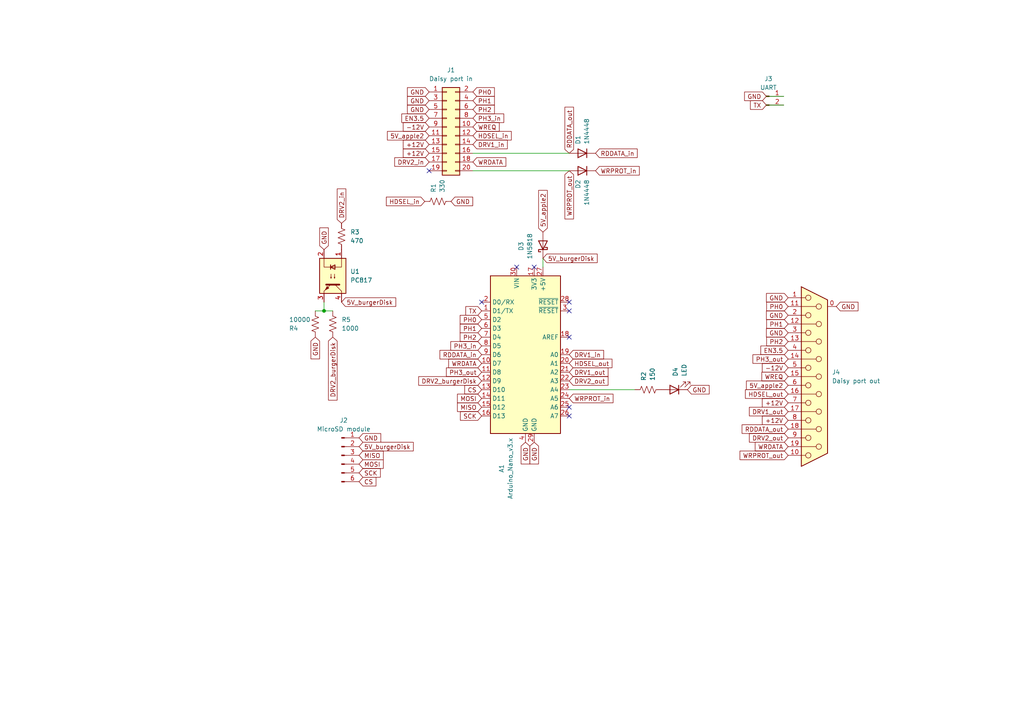
<source format=kicad_sch>
(kicad_sch (version 20250114) (generator "eeschema") (generator_version "9.0")
  (paper "A4")
  (title_block (title "BurgerDisk PCB - Angled DB19 version") (date "2026-01-28") (rev "v2") (company "Colin Leroy-Mira") (comment 1 "License: CC BY-SA"))
  (lib_symbols
    (symbol "Connector:Conn_01x02_Pin" (pin_names (offset 1.016) (hide yes))
      (property "Reference" "J" (at 0 2.54 0))
      (property "Value" "Conn_01x02_Pin" (at 0 -5.08 0))
      (symbol "Conn_01x02_Pin_1_1"
        (rectangle (start 0.8636 0.127) (end 0 -0.127) (stroke (width 0.1524)) (fill (type outline)))
        (rectangle (start 0.8636 -2.413) (end 0 -2.667) (stroke (width 0.1524)) (fill (type outline)))
        (polyline (pts (xy 1.27 0) (xy 0.8636 0)) (stroke (width 0.1524)))
        (polyline (pts (xy 1.27 -2.54) (xy 0.8636 -2.54)) (stroke (width 0.1524)))
        (pin passive line (at 5.08 0 180) (length 3.81) (name "Pin_1") (number "1"))
        (pin passive line (at 5.08 -2.54 180) (length 3.81) (name "Pin_2") (number "2"))
      )
    )
    (symbol "Connector:Conn_01x06_Pin" (pin_names (offset 1.016) (hide yes))
      (property "Reference" "J" (at 0 7.62 0))
      (property "Value" "Conn_01x06_Pin" (at 0 -10.16 0))
      (symbol "Conn_01x06_Pin_1_1"
        (rectangle (start 0.8636 5.207) (end 0 4.953) (stroke (width 0.1524)) (fill (type outline)))
        (rectangle (start 0.8636 2.667) (end 0 2.413) (stroke (width 0.1524)) (fill (type outline)))
        (rectangle (start 0.8636 0.127) (end 0 -0.127) (stroke (width 0.1524)) (fill (type outline)))
        (rectangle (start 0.8636 -2.413) (end 0 -2.667) (stroke (width 0.1524)) (fill (type outline)))
        (rectangle (start 0.8636 -4.953) (end 0 -5.207) (stroke (width 0.1524)) (fill (type outline)))
        (rectangle (start 0.8636 -7.493) (end 0 -7.747) (stroke (width 0.1524)) (fill (type outline)))
        (polyline (pts (xy 1.27 5.08) (xy 0.8636 5.08)) (stroke (width 0.1524)))
        (polyline (pts (xy 1.27 2.54) (xy 0.8636 2.54)) (stroke (width 0.1524)))
        (polyline (pts (xy 1.27 0) (xy 0.8636 0)) (stroke (width 0.1524)))
        (polyline (pts (xy 1.27 -2.54) (xy 0.8636 -2.54)) (stroke (width 0.1524)))
        (polyline (pts (xy 1.27 -5.08) (xy 0.8636 -5.08)) (stroke (width 0.1524)))
        (polyline (pts (xy 1.27 -7.62) (xy 0.8636 -7.62)) (stroke (width 0.1524)))
        (pin passive line (at 5.08 5.08 180) (length 3.81) (name "Pin_1") (number "1"))
        (pin passive line (at 5.08 2.54 180) (length 3.81) (name "Pin_2") (number "2"))
        (pin passive line (at 5.08 0 180) (length 3.81) (name "Pin_3") (number "3"))
        (pin passive line (at 5.08 -2.54 180) (length 3.81) (name "Pin_4") (number "4"))
        (pin passive line (at 5.08 -5.08 180) (length 3.81) (name "Pin_5") (number "5"))
        (pin passive line (at 5.08 -7.62 180) (length 3.81) (name "Pin_6") (number "6"))
      )
    )
    (symbol "Connector_Generic:Conn_02x10_Odd_Even" (pin_names (offset 1.016) (hide yes))
      (property "Reference" "J" (at 1.27 12.7 0))
      (property "Value" "Conn_02x10_Odd_Even" (at 1.27 -15.24 0))
      (symbol "Conn_02x10_Odd_Even_1_1"
        (rectangle (start -1.27 11.43) (end 3.81 -13.97) (stroke (width 0.254)) (fill (type background)))
        (rectangle (start -1.27 10.287) (end 0 10.033) (stroke (width 0.1524)))
        (rectangle (start -1.27 7.747) (end 0 7.493) (stroke (width 0.1524)))
        (rectangle (start -1.27 5.207) (end 0 4.953) (stroke (width 0.1524)))
        (rectangle (start -1.27 2.667) (end 0 2.413) (stroke (width 0.1524)))
        (rectangle (start -1.27 0.127) (end 0 -0.127) (stroke (width 0.1524)))
        (rectangle (start -1.27 -2.413) (end 0 -2.667) (stroke (width 0.1524)))
        (rectangle (start -1.27 -4.953) (end 0 -5.207) (stroke (width 0.1524)))
        (rectangle (start -1.27 -7.493) (end 0 -7.747) (stroke (width 0.1524)))
        (rectangle (start -1.27 -10.033) (end 0 -10.287) (stroke (width 0.1524)))
        (rectangle (start -1.27 -12.573) (end 0 -12.827) (stroke (width 0.1524)))
        (rectangle (start 3.81 10.287) (end 2.54 10.033) (stroke (width 0.1524)))
        (rectangle (start 3.81 7.747) (end 2.54 7.493) (stroke (width 0.1524)))
        (rectangle (start 3.81 5.207) (end 2.54 4.953) (stroke (width 0.1524)))
        (rectangle (start 3.81 2.667) (end 2.54 2.413) (stroke (width 0.1524)))
        (rectangle (start 3.81 0.127) (end 2.54 -0.127) (stroke (width 0.1524)))
        (rectangle (start 3.81 -2.413) (end 2.54 -2.667) (stroke (width 0.1524)))
        (rectangle (start 3.81 -4.953) (end 2.54 -5.207) (stroke (width 0.1524)))
        (rectangle (start 3.81 -7.493) (end 2.54 -7.747) (stroke (width 0.1524)))
        (rectangle (start 3.81 -10.033) (end 2.54 -10.287) (stroke (width 0.1524)))
        (rectangle (start 3.81 -12.573) (end 2.54 -12.827) (stroke (width 0.1524)))
        (pin passive line (at -5.08 10.16 0) (length 3.81) (name "Pin_1") (number "1"))
        (pin passive line (at -5.08 7.62 0) (length 3.81) (name "Pin_3") (number "3"))
        (pin passive line (at -5.08 5.08 0) (length 3.81) (name "Pin_5") (number "5"))
        (pin passive line (at -5.08 2.54 0) (length 3.81) (name "Pin_7") (number "7"))
        (pin passive line (at -5.08 0 0) (length 3.81) (name "Pin_9") (number "9"))
        (pin passive line (at -5.08 -2.54 0) (length 3.81) (name "Pin_11") (number "11"))
        (pin passive line (at -5.08 -5.08 0) (length 3.81) (name "Pin_13") (number "13"))
        (pin passive line (at -5.08 -7.62 0) (length 3.81) (name "Pin_15") (number "15"))
        (pin passive line (at -5.08 -10.16 0) (length 3.81) (name "Pin_17") (number "17"))
        (pin passive line (at -5.08 -12.7 0) (length 3.81) (name "Pin_19") (number "19"))
        (pin passive line (at 7.62 10.16 180) (length 3.81) (name "Pin_2") (number "2"))
        (pin passive line (at 7.62 7.62 180) (length 3.81) (name "Pin_4") (number "4"))
        (pin passive line (at 7.62 5.08 180) (length 3.81) (name "Pin_6") (number "6"))
        (pin passive line (at 7.62 2.54 180) (length 3.81) (name "Pin_8") (number "8"))
        (pin passive line (at 7.62 0 180) (length 3.81) (name "Pin_10") (number "10"))
        (pin passive line (at 7.62 -2.54 180) (length 3.81) (name "Pin_12") (number "12"))
        (pin passive line (at 7.62 -5.08 180) (length 3.81) (name "Pin_14") (number "14"))
        (pin passive line (at 7.62 -7.62 180) (length 3.81) (name "Pin_16") (number "16"))
        (pin passive line (at 7.62 -10.16 180) (length 3.81) (name "Pin_18") (number "18"))
        (pin passive line (at 7.62 -12.7 180) (length 3.81) (name "Pin_20") (number "20"))
      )
    )
    (symbol "Device:LED" (pin_numbers (hide yes)) (pin_names (offset 1.016) (hide yes))
      (property "Reference" "D" (at 0 2.54 0))
      (property "Value" "LED" (at 0 -2.54 0))
      (symbol "LED_0_1"
        (polyline (pts (xy -3.048 -0.762) (xy -4.572 -2.286) (xy -3.81 -2.286) (xy -4.572 -2.286) (xy -4.572 -1.524)))
        (polyline (pts (xy -1.778 -0.762) (xy -3.302 -2.286) (xy -2.54 -2.286) (xy -3.302 -2.286) (xy -3.302 -1.524)))
        (polyline (pts (xy -1.27 0) (xy 1.27 0)))
        (polyline (pts (xy -1.27 -1.27) (xy -1.27 1.27)) (stroke (width 0.254)))
        (polyline (pts (xy 1.27 -1.27) (xy 1.27 1.27) (xy -1.27 0) (xy 1.27 -1.27)) (stroke (width 0.254)))
      )
      (symbol "LED_1_1"
        (pin passive line (at -3.81 0 0) (length 2.54) (name "K") (number "1"))
        (pin passive line (at 3.81 0 180) (length 2.54) (name "A") (number "2"))
      )
    )
    (symbol "Device:R_US" (pin_numbers (hide yes)) (pin_names (offset 0))
      (property "Reference" "R" (at 2.54 0 90))
      (property "Value" "R_US" (at -2.54 0 90))
      (symbol "R_US_0_1"
        (polyline (pts (xy 0 2.286) (xy 0 2.54)))
        (polyline (pts (xy 0 2.286) (xy 1.016 1.905) (xy 0 1.524) (xy -1.016 1.143) (xy 0 0.762)))
        (polyline (pts (xy 0 0.762) (xy 1.016 0.381) (xy 0 0) (xy -1.016 -0.381) (xy 0 -0.762)))
        (polyline (pts (xy 0 -0.762) (xy 1.016 -1.143) (xy 0 -1.524) (xy -1.016 -1.905) (xy 0 -2.286)))
        (polyline (pts (xy 0 -2.286) (xy 0 -2.54)))
      )
      (symbol "R_US_1_1"
        (pin passive line (at 0 3.81 270) (length 1.27) (name "~") (number "1"))
        (pin passive line (at 0 -3.81 90) (length 1.27) (name "~") (number "2"))
      )
    )
    (symbol "Diode:1N4448" (pin_numbers (hide yes)) (pin_names (hide yes))
      (property "Reference" "D" (at 0 2.54 0))
      (property "Value" "1N4448" (at 0 -2.54 0))
      (symbol "1N4448_0_1"
        (polyline (pts (xy -1.27 1.27) (xy -1.27 -1.27)) (stroke (width 0.254)))
        (polyline (pts (xy 1.27 1.27) (xy 1.27 -1.27) (xy -1.27 0) (xy 1.27 1.27)) (stroke (width 0.254)))
        (polyline (pts (xy 1.27 0) (xy -1.27 0)))
      )
      (symbol "1N4448_1_1"
        (pin passive line (at -3.81 0 0) (length 2.54) (name "K") (number "1"))
        (pin passive line (at 3.81 0 180) (length 2.54) (name "A") (number "2"))
      )
    )
    (symbol "Diode:1N5818" (pin_numbers (hide yes)) (pin_names (offset 1.016) (hide yes))
      (property "Reference" "D" (at 0 2.54 0))
      (property "Value" "1N5818" (at 0 -2.54 0))
      (symbol "1N5818_0_1"
        (polyline (pts (xy -1.905 0.635) (xy -1.905 1.27) (xy -1.27 1.27) (xy -1.27 -1.27) (xy -0.635 -1.27) (xy -0.635 -0.635)) (stroke (width 0.254)))
        (polyline (pts (xy 1.27 1.27) (xy 1.27 -1.27) (xy -1.27 0) (xy 1.27 1.27)) (stroke (width 0.254)))
        (polyline (pts (xy 1.27 0) (xy -1.27 0)))
      )
      (symbol "1N5818_1_1"
        (pin passive line (at -3.81 0 0) (length 2.54) (name "K") (number "1"))
        (pin passive line (at 3.81 0 180) (length 2.54) (name "A") (number "2"))
      )
    )
    (symbol "Isolator:PC817" (pin_names (offset 1.016))
      (property "Reference" "U" (at -5.08 5.08 0))
      (property "Value" "PC817" (at 0 5.08 0))
      (symbol "PC817_0_1"
        (rectangle (start -5.08 3.81) (end 5.08 -3.81) (stroke (width 0.254)) (fill (type background)))
        (polyline (pts (xy -5.08 2.54) (xy -2.54 2.54) (xy -2.54 -0.635)))
        (polyline (pts (xy -3.175 -0.635) (xy -1.905 -0.635)) (stroke (width 0.254)))
        (polyline (pts (xy -2.54 -0.635) (xy -2.54 -2.54) (xy -5.08 -2.54)))
        (polyline (pts (xy -2.54 -0.635) (xy -3.175 0.635) (xy -1.905 0.635) (xy -2.54 -0.635)) (stroke (width 0.254)))
        (polyline (pts (xy -0.508 0.508) (xy 0.762 0.508) (xy 0.381 0.381) (xy 0.381 0.635) (xy 0.762 0.508)))
        (polyline (pts (xy -0.508 -0.508) (xy 0.762 -0.508) (xy 0.381 -0.635) (xy 0.381 -0.381) (xy 0.762 -0.508)))
        (polyline (pts (xy 2.54 1.905) (xy 2.54 -1.905) (xy 2.54 -1.905)) (stroke (width 0.508)))
        (polyline (pts (xy 2.54 0.635) (xy 4.445 2.54)))
        (polyline (pts (xy 3.048 -1.651) (xy 3.556 -1.143) (xy 4.064 -2.159) (xy 3.048 -1.651) (xy 3.048 -1.651)) (fill (type outline)))
        (polyline (pts (xy 4.445 2.54) (xy 5.08 2.54)))
        (polyline (pts (xy 4.445 -2.54) (xy 2.54 -0.635)) (fill (type outline)))
        (polyline (pts (xy 4.445 -2.54) (xy 5.08 -2.54)))
      )
      (symbol "PC817_1_1"
        (pin passive line (at -7.62 2.54 0) (length 2.54) (name "~") (number "1"))
        (pin passive line (at -7.62 -2.54 0) (length 2.54) (name "~") (number "2"))
        (pin passive line (at 7.62 2.54 180) (length 2.54) (name "~") (number "4"))
        (pin passive line (at 7.62 -2.54 180) (length 2.54) (name "~") (number "3"))
      )
    )
    (symbol "MCU_Module:Arduino_Nano_v3.x"
      (property "Reference" "A" (at -10.16 23.495 0))
      (property "Value" "Arduino_Nano_v3.x" (at 5.08 -24.13 0))
      (symbol "Arduino_Nano_v3.x_0_1"
        (rectangle (start -10.16 22.86) (end 10.16 -22.86) (stroke (width 0.254)) (fill (type background)))
      )
      (symbol "Arduino_Nano_v3.x_1_1"
        (pin bidirectional line (at -12.7 15.24 0) (length 2.54) (name "D0/RX") (number "2"))
        (pin bidirectional line (at -12.7 12.7 0) (length 2.54) (name "D1/TX") (number "1"))
        (pin bidirectional line (at -12.7 10.16 0) (length 2.54) (name "D2") (number "5"))
        (pin bidirectional line (at -12.7 7.62 0) (length 2.54) (name "D3") (number "6"))
        (pin bidirectional line (at -12.7 5.08 0) (length 2.54) (name "D4") (number "7"))
        (pin bidirectional line (at -12.7 2.54 0) (length 2.54) (name "D5") (number "8"))
        (pin bidirectional line (at -12.7 0 0) (length 2.54) (name "D6") (number "9"))
        (pin bidirectional line (at -12.7 -2.54 0) (length 2.54) (name "D7") (number "10"))
        (pin bidirectional line (at -12.7 -5.08 0) (length 2.54) (name "D8") (number "11"))
        (pin bidirectional line (at -12.7 -7.62 0) (length 2.54) (name "D9") (number "12"))
        (pin bidirectional line (at -12.7 -10.16 0) (length 2.54) (name "D10") (number "13"))
        (pin bidirectional line (at -12.7 -12.7 0) (length 2.54) (name "D11") (number "14"))
        (pin bidirectional line (at -12.7 -15.24 0) (length 2.54) (name "D12") (number "15"))
        (pin bidirectional line (at -12.7 -17.78 0) (length 2.54) (name "D13") (number "16"))
        (pin power_in line (at -2.54 25.4 270) (length 2.54) (name "VIN") (number "30"))
        (pin power_in line (at 0 -25.4 90) (length 2.54) (name "GND") (number "4"))
        (pin power_out line (at 2.54 25.4 270) (length 2.54) (name "3V3") (number "17"))
        (pin power_in line (at 2.54 -25.4 90) (length 2.54) (name "GND") (number "29"))
        (pin power_out line (at 5.08 25.4 270) (length 2.54) (name "+5V") (number "27"))
        (pin input line (at 12.7 15.24 180) (length 2.54) (name "~{RESET}") (number "28"))
        (pin input line (at 12.7 12.7 180) (length 2.54) (name "~{RESET}") (number "3"))
        (pin input line (at 12.7 5.08 180) (length 2.54) (name "AREF") (number "18"))
        (pin bidirectional line (at 12.7 0 180) (length 2.54) (name "A0") (number "19"))
        (pin bidirectional line (at 12.7 -2.54 180) (length 2.54) (name "A1") (number "20"))
        (pin bidirectional line (at 12.7 -5.08 180) (length 2.54) (name "A2") (number "21"))
        (pin bidirectional line (at 12.7 -7.62 180) (length 2.54) (name "A3") (number "22"))
        (pin bidirectional line (at 12.7 -10.16 180) (length 2.54) (name "A4") (number "23"))
        (pin bidirectional line (at 12.7 -12.7 180) (length 2.54) (name "A5") (number "24"))
        (pin bidirectional line (at 12.7 -15.24 180) (length 2.54) (name "A6") (number "25"))
        (pin bidirectional line (at 12.7 -17.78 180) (length 2.54) (name "A7") (number "26"))
      )
    )
    (symbol "db19:DB19_Female" (pin_names (offset 1.016) (hide yes))
      (property "Reference" "J4" (at 5.08 1.27 0))
      (property "Value" "Daisy port out" (at 5.08 -1.27 0))
      (symbol "DB19_Female_0_1"
        (polyline (pts (xy -3.81 26.035) (xy 3.81 22.225) (xy 3.81 -22.225) (xy -3.81 -26.035) (xy -3.81 26.035)) (stroke (width 0.254)) (fill (type background)))
        (polyline (pts (xy -3.81 22.86) (xy -2.54 22.86)))
        (polyline (pts (xy -3.81 20.32) (xy 0.508 20.32)))
        (polyline (pts (xy -3.81 17.78) (xy -2.54 17.78)))
        (polyline (pts (xy -3.81 15.24) (xy 0.508 15.24)))
        (polyline (pts (xy -3.81 12.7) (xy -2.54 12.7)))
        (polyline (pts (xy -3.81 10.16) (xy 0.508 10.16)))
        (polyline (pts (xy -3.81 7.62) (xy -2.54 7.62)))
        (polyline (pts (xy -3.81 5.08) (xy 0.508 5.08)))
        (polyline (pts (xy -3.81 2.54) (xy -2.54 2.54)))
        (polyline (pts (xy -3.81 0) (xy 0.508 0)))
        (polyline (pts (xy -3.81 -2.54) (xy -2.54 -2.54)))
        (polyline (pts (xy -3.81 -5.08) (xy 0.508 -5.08)))
        (polyline (pts (xy -3.81 -7.62) (xy -2.54 -7.62)))
        (polyline (pts (xy -3.81 -10.16) (xy 0.508 -10.16)))
        (polyline (pts (xy -3.81 -12.7) (xy -2.54 -12.7)))
        (polyline (pts (xy -3.81 -15.24) (xy 0.508 -15.24)))
        (polyline (pts (xy -3.81 -17.78) (xy -2.54 -17.78)))
        (polyline (pts (xy -3.81 -20.32) (xy 0.508 -20.32)))
        (polyline (pts (xy -3.81 -22.86) (xy -2.54 -22.86)))
        (circle (center -1.778 22.86) (radius 0.762))
        (circle (center -1.778 17.78) (radius 0.762))
        (circle (center -1.778 12.7) (radius 0.762))
        (circle (center -1.778 7.62) (radius 0.762))
        (circle (center -1.778 2.54) (radius 0.762))
        (circle (center -1.778 -2.54) (radius 0.762))
        (circle (center -1.778 -7.62) (radius 0.762))
        (circle (center -1.778 -12.7) (radius 0.762))
        (circle (center -1.778 -17.78) (radius 0.762))
        (circle (center -1.778 -22.86) (radius 0.762))
        (circle (center 1.27 20.32) (radius 0.762))
        (circle (center 1.27 15.24) (radius 0.762))
        (circle (center 1.27 10.16) (radius 0.762))
        (circle (center 1.27 5.08) (radius 0.762))
        (circle (center 1.27 0) (radius 0.762))
        (circle (center 1.27 -5.08) (radius 0.762))
        (circle (center 1.27 -10.16) (radius 0.762))
        (circle (center 1.27 -15.24) (radius 0.762))
        (circle (center 1.27 -20.32) (radius 0.762))
      )
      (symbol "DB19_Female_1_1"
        (pin passive line (at -7.62 22.86 0) (length 3.81) (name "1") (number "1"))
        (pin passive line (at -7.62 20.32 0) (length 3.81) (name "P11") (number "11"))
        (pin passive line (at -7.62 17.78 0) (length 3.81) (name "2") (number "2"))
        (pin passive line (at -7.62 15.24 0) (length 3.81) (name "P12") (number "12"))
        (pin passive line (at -7.62 12.7 0) (length 3.81) (name "3") (number "3"))
        (pin passive line (at -7.62 10.16 0) (length 3.81) (name "P13") (number "13"))
        (pin passive line (at -7.62 7.62 0) (length 3.81) (name "4") (number "4"))
        (pin passive line (at -7.62 5.08 0) (length 3.81) (name "P14") (number "14"))
        (pin passive line (at -7.62 2.54 0) (length 3.81) (name "5") (number "5"))
        (pin passive line (at -7.62 0 0) (length 3.81) (name "P15") (number "15"))
        (pin passive line (at -7.62 -2.54 0) (length 3.81) (name "6") (number "6"))
        (pin passive line (at -7.62 -5.08 0) (length 3.81) (name "P16") (number "16"))
        (pin passive line (at -7.62 -7.62 0) (length 3.81) (name "7") (number "7"))
        (pin passive line (at -7.62 -10.16 0) (length 3.81) (name "P17") (number "17"))
        (pin passive line (at -7.62 -12.7 0) (length 3.81) (name "8") (number "8"))
        (pin passive line (at -7.62 -15.24 0) (length 3.81) (name "P18") (number "18"))
        (pin passive line (at -7.62 -17.78 0) (length 3.81) (name "9") (number "9"))
        (pin passive line (at -7.62 -20.32 0) (length 3.81) (name "P19") (number "19"))
        (pin passive line (at -7.62 -22.86 0) (length 3.81) (name "10") (number "10"))
        (pin input line (at 6.35 20.32 180) (length 2.54) (name "0") (number "0"))
      )
    )
  )
  (junction (at 93.98 90.17))
  (no_connect (at 165.1 90.17))
  (no_connect (at 154.94 77.47))
  (no_connect (at 165.1 120.65))
  (no_connect (at 165.1 87.63))
  (no_connect (at 165.1 97.79))
  (no_connect (at 139.7 87.63))
  (no_connect (at 165.1 118.11))
  (no_connect (at 149.86 77.47))
  (no_connect (at 124.46 49.53))
  (wire (pts (xy 184.15 113.03) (xy 165.1 113.03)))
  (wire (pts (xy 91.44 90.17) (xy 93.98 90.17)))
  (wire (pts (xy 165.1 49.53) (xy 137.16 49.53)))
  (wire (pts (xy 93.98 87.63) (xy 93.98 90.17)))
  (wire (pts (xy 93.98 90.17) (xy 96.52 90.17)))
  (wire (pts (xy 165.1 44.45) (xy 137.16 44.45)))
  (wire (pts (xy 222.25 30.48) (xy 227.33 30.48)))
  (wire (pts (xy 157.48 74.93) (xy 157.48 77.47)))
  (wire (pts (xy 222.25 27.94) (xy 227.33 27.94)))
  (global_label "PH2" (shape input) (at 137.16 31.75 0) (property "Intersheetrefs" "${INTERSHEET_REFS}" (effects (hide yes))))
  (global_label "+12V" (shape input) (at 228.6 121.92 180) (property "Intersheetrefs" "${INTERSHEET_REFS}" (effects (hide yes))))
  (global_label "PH1" (shape input) (at 139.7 95.25 180) (property "Intersheetrefs" "${INTERSHEET_REFS}" (effects (hide yes))))
  (global_label "5V_burgerDisk" (shape input) (at 99.06 87.63 0) (property "Intersheetrefs" "${INTERSHEET_REFS}" (effects (hide yes))))
  (global_label "WRDATA" (shape input) (at 228.6 129.54 180) (property "Intersheetrefs" "${INTERSHEET_REFS}" (effects (hide yes))))
  (global_label "WRDATA" (shape input) (at 139.7 105.41 180) (property "Intersheetrefs" "${INTERSHEET_REFS}" (effects (hide yes))))
  (global_label "GND" (shape input) (at 124.46 29.21 180) (property "Intersheetrefs" "${INTERSHEET_REFS}" (effects (hide yes))))
  (global_label "GND" (shape input) (at 124.46 31.75 180) (property "Intersheetrefs" "${INTERSHEET_REFS}" (effects (hide yes))))
  (global_label "PH0" (shape input) (at 139.7 92.71 180) (property "Intersheetrefs" "${INTERSHEET_REFS}" (effects (hide yes))))
  (global_label "GND" (shape input) (at 152.4 128.27 270) (property "Intersheetrefs" "${INTERSHEET_REFS}" (effects (hide yes))))
  (global_label "-12V" (shape input) (at 228.6 106.68 180) (property "Intersheetrefs" "${INTERSHEET_REFS}" (effects (hide yes))))
  (global_label "DRV2_out" (shape input) (at 228.6 127 180) (property "Intersheetrefs" "${INTERSHEET_REFS}" (effects (hide yes))))
  (global_label "GND" (shape input) (at 228.6 96.52 180) (property "Intersheetrefs" "${INTERSHEET_REFS}" (effects (hide yes))))
  (global_label "WRPROT_in" (shape input) (at 172.72 49.53 0) (property "Intersheetrefs" "${INTERSHEET_REFS}" (effects (hide yes))))
  (global_label "DRV2_burgerDisk" (shape input) (at 96.52 97.79 270) (property "Intersheetrefs" "${INTERSHEET_REFS}" (effects (hide yes))))
  (global_label "GND" (shape input) (at 199.39 113.03 0) (property "Intersheetrefs" "${INTERSHEET_REFS}" (effects (hide yes))))
  (global_label "PH3_out" (shape input) (at 139.7 107.95 180) (property "Intersheetrefs" "${INTERSHEET_REFS}" (effects (hide yes))))
  (global_label "RDDATA_out" (shape input) (at 165.1 44.45 90) (property "Intersheetrefs" "${INTERSHEET_REFS}" (effects (hide yes))))
  (global_label "HDSEL_in" (shape input) (at 137.16 39.37 0) (property "Intersheetrefs" "${INTERSHEET_REFS}" (effects (hide yes))))
  (global_label "TX" (shape input) (at 139.7 90.17 180) (property "Intersheetrefs" "${INTERSHEET_REFS}" (effects (hide yes))))
  (global_label "GND" (shape input) (at 154.94 128.27 270) (property "Intersheetrefs" "${INTERSHEET_REFS}" (effects (hide yes))))
  (global_label "PH1" (shape input) (at 137.16 29.21 0) (property "Intersheetrefs" "${INTERSHEET_REFS}" (effects (hide yes))))
  (global_label "RDDATA_in" (shape input) (at 172.72 44.45 0) (property "Intersheetrefs" "${INTERSHEET_REFS}" (effects (hide yes))))
  (global_label "GND" (shape input) (at 130.81 58.42 0) (property "Intersheetrefs" "${INTERSHEET_REFS}" (effects (hide yes))))
  (global_label "HDSEL_out" (shape input) (at 228.6 114.3 180) (property "Intersheetrefs" "${INTERSHEET_REFS}" (effects (hide yes))))
  (global_label "PH0" (shape input) (at 137.16 26.67 0) (property "Intersheetrefs" "${INTERSHEET_REFS}" (effects (hide yes))))
  (global_label "5V_burgerDisk" (shape input) (at 157.48 74.93 0) (property "Intersheetrefs" "${INTERSHEET_REFS}" (effects (hide yes))))
  (global_label "PH2" (shape input) (at 139.7 97.79 180) (property "Intersheetrefs" "${INTERSHEET_REFS}" (effects (hide yes))))
  (global_label "DRV1_out" (shape input) (at 165.1 107.95 0) (property "Intersheetrefs" "${INTERSHEET_REFS}" (effects (hide yes))))
  (global_label "RDDATA_in" (shape input) (at 139.7 102.87 180) (property "Intersheetrefs" "${INTERSHEET_REFS}" (effects (hide yes))))
  (global_label "PH0" (shape input) (at 228.6 88.9 180) (property "Intersheetrefs" "${INTERSHEET_REFS}" (effects (hide yes))))
  (global_label "GND" (shape input) (at 91.44 97.79 270) (property "Intersheetrefs" "${INTERSHEET_REFS}" (effects (hide yes))))
  (global_label "DRV2_in" (shape input) (at 124.46 46.99 180) (property "Intersheetrefs" "${INTERSHEET_REFS}" (effects (hide yes))))
  (global_label "DRV1_in" (shape input) (at 137.16 41.91 0) (property "Intersheetrefs" "${INTERSHEET_REFS}" (effects (hide yes))))
  (global_label "HDSEL_out" (shape input) (at 165.1 105.41 0) (property "Intersheetrefs" "${INTERSHEET_REFS}" (effects (hide yes))))
  (global_label "DRV2_out" (shape input) (at 165.1 110.49 0) (property "Intersheetrefs" "${INTERSHEET_REFS}" (effects (hide yes))))
  (global_label "RDDATA_out" (shape input) (at 228.6 124.46 180) (property "Intersheetrefs" "${INTERSHEET_REFS}" (effects (hide yes))))
  (global_label "GND" (shape input) (at 124.46 26.67 180) (property "Intersheetrefs" "${INTERSHEET_REFS}" (effects (hide yes))))
  (global_label "DRV2_burgerDisk" (shape input) (at 139.7 110.49 180) (property "Intersheetrefs" "${INTERSHEET_REFS}" (effects (hide yes))))
  (global_label "5V_burgerDisk" (shape input) (at 104.14 129.54 0) (property "Intersheetrefs" "${INTERSHEET_REFS}" (effects (hide yes))))
  (global_label "HDSEL_in" (shape input) (at 123.19 58.42 180) (property "Intersheetrefs" "${INTERSHEET_REFS}" (effects (hide yes))))
  (global_label "PH3_in" (shape input) (at 139.7 100.33 180) (property "Intersheetrefs" "${INTERSHEET_REFS}" (effects (hide yes))))
  (global_label "GND" (shape input) (at 228.6 86.36 180) (property "Intersheetrefs" "${INTERSHEET_REFS}" (effects (hide yes))))
  (global_label "5V_apple2" (shape input) (at 228.6 111.76 180) (property "Intersheetrefs" "${INTERSHEET_REFS}" (effects (hide yes))))
  (global_label "SCK" (shape input) (at 104.14 137.16 0) (property "Intersheetrefs" "${INTERSHEET_REFS}" (effects (hide yes))))
  (global_label "TX" (shape input) (at 222.25 30.48 180) (property "Intersheetrefs" "${INTERSHEET_REFS}" (effects (hide yes))))
  (global_label "GND" (shape input) (at 228.6 91.44 180) (property "Intersheetrefs" "${INTERSHEET_REFS}" (effects (hide yes))))
  (global_label "-12V" (shape input) (at 124.46 36.83 180) (property "Intersheetrefs" "${INTERSHEET_REFS}" (effects (hide yes))))
  (global_label "MISO" (shape input) (at 139.7 118.11 180) (property "Intersheetrefs" "${INTERSHEET_REFS}" (effects (hide yes))))
  (global_label "WRDATA" (shape input) (at 137.16 46.99 0) (property "Intersheetrefs" "${INTERSHEET_REFS}" (effects (hide yes))))
  (global_label "PH3_in" (shape input) (at 137.16 34.29 0) (property "Intersheetrefs" "${INTERSHEET_REFS}" (effects (hide yes))))
  (global_label "WRPROT_out" (shape input) (at 165.1 49.53 270) (property "Intersheetrefs" "${INTERSHEET_REFS}" (effects (hide yes))))
  (global_label "+12V" (shape input) (at 124.46 44.45 180) (property "Intersheetrefs" "${INTERSHEET_REFS}" (effects (hide yes))))
  (global_label "DRV1_in" (shape input) (at 165.1 102.87 0) (property "Intersheetrefs" "${INTERSHEET_REFS}" (effects (hide yes))))
  (global_label "WREQ" (shape input) (at 228.6 109.22 180) (property "Intersheetrefs" "${INTERSHEET_REFS}" (effects (hide yes))))
  (global_label "DRV1_out" (shape input) (at 228.6 119.38 180) (property "Intersheetrefs" "${INTERSHEET_REFS}" (effects (hide yes))))
  (global_label "PH2" (shape input) (at 228.6 99.06 180) (property "Intersheetrefs" "${INTERSHEET_REFS}" (effects (hide yes))))
  (global_label "PH1" (shape input) (at 228.6 93.98 180) (property "Intersheetrefs" "${INTERSHEET_REFS}" (effects (hide yes))))
  (global_label "EN3.5" (shape input) (at 228.6 101.6 180) (property "Intersheetrefs" "${INTERSHEET_REFS}" (effects (hide yes))))
  (global_label "5V_apple2" (shape input) (at 157.48 67.31 90) (property "Intersheetrefs" "${INTERSHEET_REFS}" (effects (hide yes))))
  (global_label "CS" (shape input) (at 104.14 139.7 0) (property "Intersheetrefs" "${INTERSHEET_REFS}" (effects (hide yes))))
  (global_label "PH3_out" (shape input) (at 228.6 104.14 180) (property "Intersheetrefs" "${INTERSHEET_REFS}" (effects (hide yes))))
  (global_label "MISO" (shape input) (at 104.14 132.08 0) (property "Intersheetrefs" "${INTERSHEET_REFS}" (effects (hide yes))))
  (global_label "5V_apple2" (shape input) (at 124.46 39.37 180) (property "Intersheetrefs" "${INTERSHEET_REFS}" (effects (hide yes))))
  (global_label "GND" (shape input) (at 93.98 72.39 90) (property "Intersheetrefs" "${INTERSHEET_REFS}" (effects (hide yes))))
  (global_label "+12V" (shape input) (at 228.6 116.84 180) (property "Intersheetrefs" "${INTERSHEET_REFS}" (effects (hide yes))))
  (global_label "MOSI" (shape input) (at 139.7 115.57 180) (property "Intersheetrefs" "${INTERSHEET_REFS}" (effects (hide yes))))
  (global_label "GND" (shape input) (at 104.14 127 0) (property "Intersheetrefs" "${INTERSHEET_REFS}" (effects (hide yes))))
  (global_label "WRPROT_in" (shape input) (at 165.1 115.57 0) (property "Intersheetrefs" "${INTERSHEET_REFS}" (effects (hide yes))))
  (global_label "MOSI" (shape input) (at 104.14 134.62 0) (property "Intersheetrefs" "${INTERSHEET_REFS}" (effects (hide yes))))
  (global_label "WREQ" (shape input) (at 137.16 36.83 0) (property "Intersheetrefs" "${INTERSHEET_REFS}" (effects (hide yes))))
  (global_label "GND" (shape input) (at 242.57 88.9 0) (property "Intersheetrefs" "${INTERSHEET_REFS}" (effects (hide yes))))
  (global_label "EN3.5" (shape input) (at 124.46 34.29 180) (property "Intersheetrefs" "${INTERSHEET_REFS}" (effects (hide yes))))
  (global_label "CS" (shape input) (at 139.7 113.03 180) (property "Intersheetrefs" "${INTERSHEET_REFS}" (effects (hide yes))))
  (global_label "WRPROT_out" (shape input) (at 228.6 132.08 180) (property "Intersheetrefs" "${INTERSHEET_REFS}" (effects (hide yes))))
  (global_label "SCK" (shape input) (at 139.7 120.65 180) (property "Intersheetrefs" "${INTERSHEET_REFS}" (effects (hide yes))))
  (global_label "DRV2_in" (shape input) (at 99.06 64.77 90) (property "Intersheetrefs" "${INTERSHEET_REFS}" (effects (hide yes))))
  (global_label "+12V" (shape input) (at 124.46 41.91 180) (property "Intersheetrefs" "${INTERSHEET_REFS}" (effects (hide yes))))
  (global_label "GND" (shape input) (at 222.25 27.94 180) (property "Intersheetrefs" "${INTERSHEET_REFS}" (effects (hide yes))))
  (symbol (lib_id "Connector:Conn_01x02_Pin") (at 222.25 27.94 0) (unit 1)
    (property "Reference" "J3" (at 222.885 22.86 0))
    (property "Value" "UART" (at 222.885 25.4 0))
    (property "Footprint" "Connector_PinHeader_2.54mm:PinHeader_1x02_P2.54mm_Vertical" (effects (hide yes)))
    (property "LCSC" "C6273326" (effects (hide yes)))
  )
  (symbol (lib_id "db19:DB19_Female") (at 236.22 109.22 0) (unit 1)
    (property "Reference" "J4" (at 241.3 107.95 0) (effects (justify left)))
    (property "Value" "Daisy port out" (at 241.3 110.49 0) (effects (justify left)))
    (property "Footprint" "DSUB-19-angled:DSUB-19_Female_Horizontal_P2.77x2.84mm_EdgePinOffset4.94mm_Housed_MountingHolesOffset7.48mm" (effects (hide yes)))
  )
  (symbol (lib_id "Diode:1N4448") (at 168.91 49.53 180) (unit 1)
    (property "Reference" "D2" (at 167.64 52.07 90) (effects (justify left)))
    (property "Value" "1N4448" (at 170.18 52.07 90) (effects (justify left)))
    (property "Footprint" "Diode_THT:D_DO-35_SOD27_P7.62mm_Horizontal" (effects (hide yes)))
    (property "Datasheet" "https://assets.nexperia.com/documents/data-sheet/1N4148_1N4448.pdf" (effects (hide yes)))
    (property "Sim.Device" "D" (effects (hide yes)))
    (property "Sim.Pins" "1=K 2=A" (effects (hide yes)))
    (property "LCSC" "C258170" (effects (hide yes)))
  )
  (symbol (lib_id "Device:R_US") (at 91.44 93.98 180) (unit 1)
    (property "Reference" "R4" (at 83.82 95.25 0) (effects (justify right)))
    (property "Value" "10000" (at 83.82 92.71 0) (effects (justify right)))
    (property "Footprint" "Resistor_THT:R_Axial_DIN0207_L6.3mm_D2.5mm_P7.62mm_Horizontal" (effects (hide yes)))
    (property "LCSC" "C57436" (effects (hide yes)))
  )
  (symbol (lib_id "Connector:Conn_01x06_Pin") (at 99.06 132.08 0) (unit 1)
    (property "Reference" "J2" (at 99.695 121.92 0))
    (property "Value" "MicroSD module" (at 99.695 124.46 0))
    (property "Footprint" "Connector_PinHeader_2.54mm:PinHeader_1x06_P2.54mm_Vertical" (effects (hide yes)))
    (property "LCSC" "C6209271" (effects (hide yes)))
  )
  (symbol (lib_id "Device:R_US") (at 99.06 68.58 0) (unit 1)
    (property "Reference" "R3" (at 101.6 67.31 0) (effects (justify left)))
    (property "Value" "470" (at 101.6 69.85 0) (effects (justify left)))
    (property "Footprint" "Resistor_THT:R_Axial_DIN0309_L9.0mm_D3.2mm_P12.70mm_Horizontal" (effects (hide yes)))
    (property "LCSC" "C129899" (effects (hide yes)))
  )
  (symbol (lib_id "Device:LED") (at 195.58 113.03 180) (unit 1)
    (property "Reference" "D4" (at 195.8975 109.22 90) (effects (justify right)))
    (property "Value" "LED" (at 198.4375 109.22 90) (effects (justify right)))
    (property "Footprint" "Connector_PinHeader_2.54mm:PinHeader_1x02_P2.54mm_Vertical" (effects (hide yes)))
    (property "LCSC" "C6273326" (effects (hide yes)))
  )
  (symbol (lib_id "Connector_Generic:Conn_02x10_Odd_Even") (at 129.54 36.83 0) (unit 1)
    (property "Reference" "J1" (at 130.81 20.32 0))
    (property "Value" "Daisy port in" (at 130.81 22.86 0))
    (property "Footprint" "Connector_IDC:IDC-Header_2x10_P2.54mm_Vertical" (effects (hide yes)))
    (property "LCSC" "C305958" (effects (hide yes)))
  )
  (symbol (lib_id "Isolator:PC817") (at 96.52 80.01 270) (unit 1)
    (property "Reference" "U1" (at 101.6 78.74 90) (effects (justify left)))
    (property "Value" "PC817" (at 101.6 81.28 90) (effects (justify left)))
    (property "Footprint" "Package_DIP:DIP-4_W7.62mm" (effects (hide yes)))
    (property "Datasheet" "http://www.soselectronic.cz/a_info/resource/d/pc817.pdf" (effects (hide yes)))
    (property "LCSC" "C5350" (effects (hide yes)))
  )
  (symbol (lib_id "Device:R_US") (at 187.96 113.03 270) (unit 1)
    (property "Reference" "R2" (at 186.69 110.49 0) (effects (justify right)))
    (property "Value" "150" (at 189.23 110.49 0) (effects (justify right)))
    (property "Footprint" "Resistor_THT:R_Axial_DIN0207_L6.3mm_D2.5mm_P7.62mm_Horizontal" (effects (hide yes)))
    (property "LCSC" "C58668" (effects (hide yes)))
  )
  (symbol (lib_id "MCU_Module:Arduino_Nano_v3.x") (at 152.4 102.87 0) (unit 1)
    (property "Reference" "A1" (at 145.4719 135.89 90))
    (property "Value" "Arduino_Nano_v3.x" (at 148.0119 135.89 90))
    (property "Footprint" "Module:Arduino_Nano" (effects (hide yes)))
    (property "Datasheet" "http://www.mouser.com/pdfdocs/Gravitech_Arduino_Nano3_0.pdf" (effects (hide yes)))
  )
  (symbol (lib_id "Device:R_US") (at 127 58.42 270) (unit 1)
    (property "Reference" "R1" (at 125.73 55.88 0) (effects (justify right)))
    (property "Value" "330" (at 128.27 55.88 0) (effects (justify right)))
    (property "Footprint" "Resistor_THT:R_Axial_DIN0207_L6.3mm_D2.5mm_P7.62mm_Horizontal" (effects (hide yes)))
    (property "LCSC" "C58608" (effects (hide yes)))
  )
  (symbol (lib_id "Diode:1N5818") (at 157.48 71.12 90) (unit 1)
    (property "Reference" "D3" (at 151.13 71.4375 0))
    (property "Value" "1N5818" (at 153.67 71.4375 0))
    (property "Footprint" "Diode_THT:D_DO-41_SOD81_P7.62mm_Horizontal" (effects (hide yes)))
    (property "Datasheet" "http://www.vishay.com/docs/88525/1n5817.pdf" (effects (hide yes)))
    (property "LCSC" "C402217" (effects (hide yes)))
  )
  (symbol (lib_id "Device:R_US") (at 96.52 93.98 180) (unit 1)
    (property "Reference" "R5" (at 99.06 92.71 0) (effects (justify right)))
    (property "Value" "1000" (at 99.06 95.25 0) (effects (justify right)))
    (property "Footprint" "Resistor_THT:R_Axial_DIN0207_L6.3mm_D2.5mm_P7.62mm_Horizontal" (effects (hide yes)))
    (property "LCSC" "C57435" (effects (hide yes)))
  )
  (symbol (lib_id "Diode:1N4448") (at 168.91 44.45 180) (unit 1)
    (property "Reference" "D1" (at 167.64 41.91 90) (effects (justify right)))
    (property "Value" "1N4448" (at 170.18 41.91 90) (effects (justify right)))
    (property "Footprint" "Diode_THT:D_DO-35_SOD27_P7.62mm_Horizontal" (effects (hide yes)))
    (property "Datasheet" "https://assets.nexperia.com/documents/data-sheet/1N4148_1N4448.pdf" (effects (hide yes)))
    (property "Sim.Device" "D" (effects (hide yes)))
    (property "Sim.Pins" "1=K 2=A" (effects (hide yes)))
    (property "LCSC" "C258170" (effects (hide yes)))
  )
)
</source>
